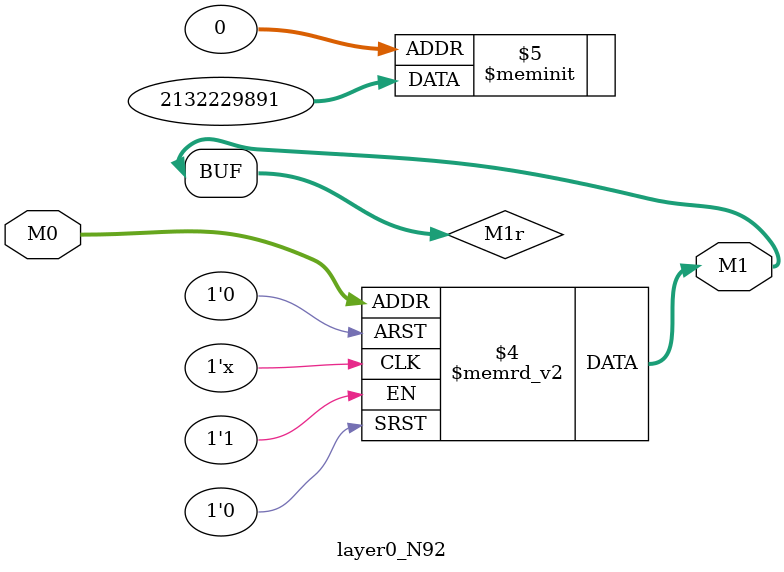
<source format=v>
module layer0_N92 ( input [3:0] M0, output [1:0] M1 );

	(*rom_style = "distributed" *) reg [1:0] M1r;
	assign M1 = M1r;
	always @ (M0) begin
		case (M0)
			4'b0000: M1r = 2'b11;
			4'b1000: M1r = 2'b11;
			4'b0100: M1r = 2'b11;
			4'b1100: M1r = 2'b11;
			4'b0010: M1r = 2'b00;
			4'b1010: M1r = 2'b01;
			4'b0110: M1r = 2'b11;
			4'b1110: M1r = 2'b11;
			4'b0001: M1r = 2'b00;
			4'b1001: M1r = 2'b01;
			4'b0101: M1r = 2'b11;
			4'b1101: M1r = 2'b11;
			4'b0011: M1r = 2'b00;
			4'b1011: M1r = 2'b00;
			4'b0111: M1r = 2'b00;
			4'b1111: M1r = 2'b01;

		endcase
	end
endmodule

</source>
